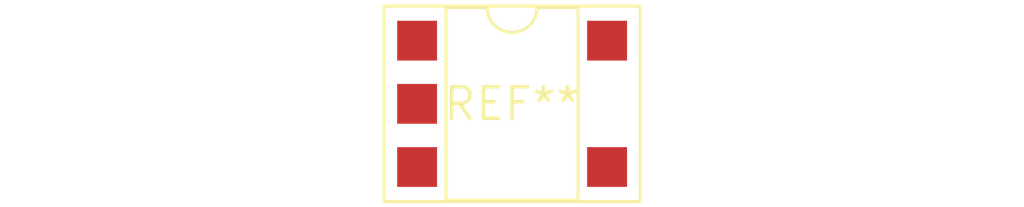
<source format=kicad_pcb>
(kicad_pcb (version 20240108) (generator pcbnew)
  (layers (0 "F.Cu" signal) (31 "B.Cu" signal) (34 "B.Paste" user) (35 "F.Paste" user) (36 "B.SilkS" user "B.Silkscreen") (37 "F.SilkS" user "F.Silkscreen") (38 "B.Mask" user) (39 "F.Mask" user) (44 "Edge.Cuts" user))
  (net 0 "")
  (footprint "DIP-5-6_W7.62mm_SMDSocket_SmallPads" (layer "F.Cu") (at 0 0)
    (property "Reference" "REF**")
    (property "Value" "DIP-5-6_W7.62mm_SMDSocket_SmallPads")
    (fp_line (start -5.14 -3.93) (end -5.14 3.93) (layer "F.SilkS") (stroke (width 0.12)))
    (fp_line (start -5.14 3.93) (end 5.14 3.93) (layer "F.SilkS") (stroke (width 0.12)))
    (fp_line (start -2.65 -3.87) (end -2.65 3.87) (layer "F.SilkS") (stroke (width 0.12)))
    (fp_line (start -2.65 3.87) (end 2.65 3.87) (layer "F.SilkS") (stroke (width 0.12)))
    (fp_line (start -1 -3.87) (end -2.65 -3.87) (layer "F.SilkS") (stroke (width 0.12)))
    (fp_line (start 2.65 -3.87) (end 1 -3.87) (layer "F.SilkS") (stroke (width 0.12)))
    (fp_line (start 2.65 3.87) (end 2.65 -3.87) (layer "F.SilkS") (stroke (width 0.12)))
    (fp_line (start 5.14 -3.93) (end -5.14 -3.93) (layer "F.SilkS") (stroke (width 0.12)))
    (fp_line (start 5.14 3.93) (end 5.14 -3.93) (layer "F.SilkS") (stroke (width 0.12)))
    (fp_arc (start 1 -3.87) (mid 0 -2.87) (end -1 -3.87) (layer "F.SilkS") (stroke (width 0.12)))
    (pad "1" smd rect (at -3.81 -2.54) (size 1.6 1.6) (layers "F.Cu" "F.Paste" "F.Mask"))
    (pad "2" smd rect (at -3.81 0) (size 1.6 1.6) (layers "F.Cu" "F.Paste" "F.Mask"))
    (pad "3" smd rect (at -3.81 2.54) (size 1.6 1.6) (layers "F.Cu" "F.Paste" "F.Mask"))
    (pad "4" smd rect (at 3.81 2.54) (size 1.6 1.6) (layers "F.Cu" "F.Paste" "F.Mask"))
    (pad "6" smd rect (at 3.81 -2.54) (size 1.6 1.6) (layers "F.Cu" "F.Paste" "F.Mask"))
  )
)
</source>
